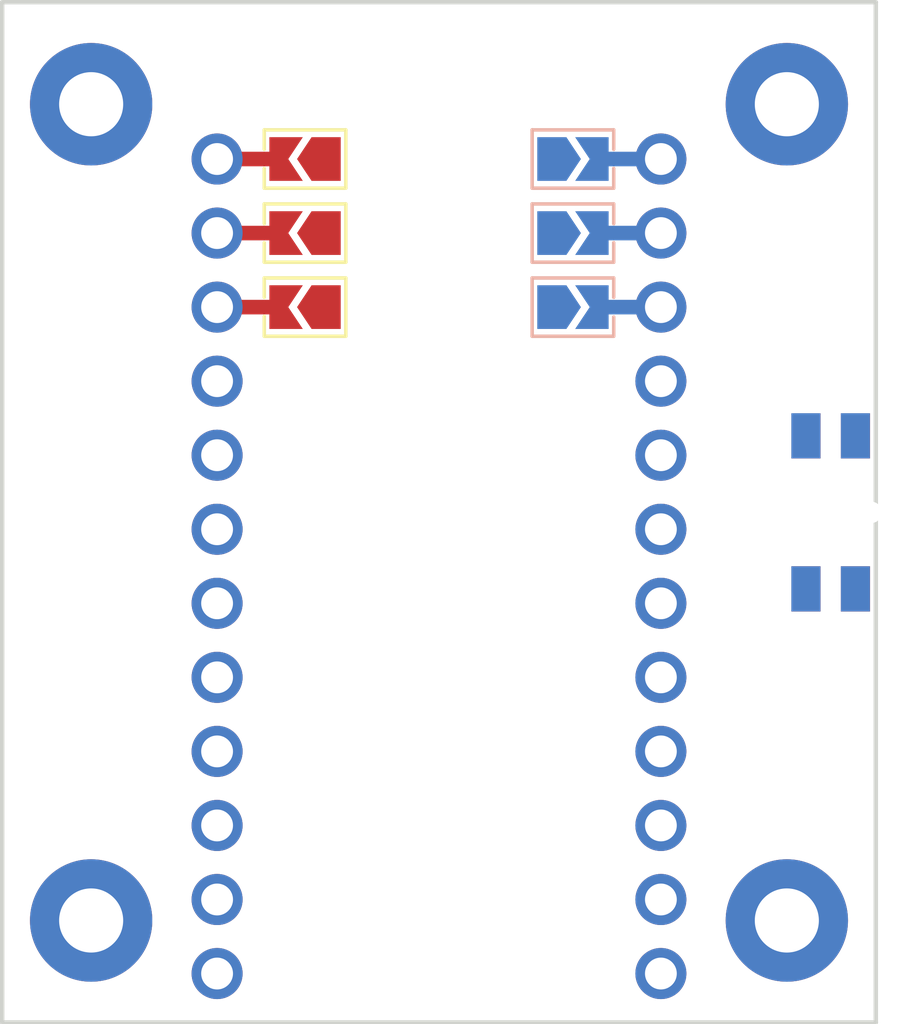
<source format=kicad_pcb>

            
(kicad_pcb (version 20171130) (host pcbnew 5.1.6)

  (page A3)
  (title_block
    (title dongle)
    (rev v1.0.0)
    (company Unknown)
  )

  (general
    (thickness 1.6)
  )

  (layers
    (0 F.Cu signal)
    (31 B.Cu signal)
    (32 B.Adhes user)
    (33 F.Adhes user)
    (34 B.Paste user)
    (35 F.Paste user)
    (36 B.SilkS user)
    (37 F.SilkS user)
    (38 B.Mask user)
    (39 F.Mask user)
    (40 Dwgs.User user)
    (41 Cmts.User user)
    (42 Eco1.User user)
    (43 Eco2.User user)
    (44 Edge.Cuts user)
    (45 Margin user)
    (46 B.CrtYd user)
    (47 F.CrtYd user)
    (48 B.Fab user)
    (49 F.Fab user)
  )

  (setup
    (last_trace_width 0.25)
    (trace_clearance 0.2)
    (zone_clearance 0.508)
    (zone_45_only no)
    (trace_min 0.2)
    (via_size 0.8)
    (via_drill 0.4)
    (via_min_size 0.4)
    (via_min_drill 0.3)
    (uvia_size 0.3)
    (uvia_drill 0.1)
    (uvias_allowed no)
    (uvia_min_size 0.2)
    (uvia_min_drill 0.1)
    (edge_width 0.05)
    (segment_width 0.2)
    (pcb_text_width 0.3)
    (pcb_text_size 1.5 1.5)
    (mod_edge_width 0.12)
    (mod_text_size 1 1)
    (mod_text_width 0.15)
    (pad_size 1.524 1.524)
    (pad_drill 0.762)
    (pad_to_mask_clearance 0.05)
    (aux_axis_origin 0 0)
    (visible_elements FFFFFF7F)
    (pcbplotparams
      (layerselection 0x010fc_ffffffff)
      (usegerberextensions false)
      (usegerberattributes true)
      (usegerberadvancedattributes true)
      (creategerberjobfile true)
      (excludeedgelayer true)
      (linewidth 0.100000)
      (plotframeref false)
      (viasonmask false)
      (mode 1)
      (useauxorigin false)
      (hpglpennumber 1)
      (hpglpenspeed 20)
      (hpglpendiameter 15.000000)
      (psnegative false)
      (psa4output false)
      (plotreference true)
      (plotvalue true)
      (plotinvisibletext false)
      (padsonsilk false)
      (subtractmaskfromsilk false)
      (outputformat 1)
      (mirror false)
      (drillshape 1)
      (scaleselection 1)
      (outputdirectory ""))
  )

            (net 0 "")
(net 1 "RAW")
(net 2 "GND")
(net 3 "RST")
(net 4 "P10")
(net 5 "P11")
(net 6 "P12")
(net 7 "P13")
(net 8 "P14")
(net 9 "P15")
(net 10 "P16")
(net 11 "P17")
(net 12 "P20")
(net 13 "P21")
(net 14 "P22")
(net 15 "P23")
(net 16 "P24")
(net 17 "P25")
(net 18 "P26")
(net 19 "P27")
            
  (net_class Default "This is the default net class."
    (clearance 0.2)
    (trace_width 0.25)
    (via_dia 0.8)
    (via_drill 0.4)
    (uvia_dia 0.3)
    (uvia_drill 0.1)
    (add_net "")
(add_net "RAW")
(add_net "GND")
(add_net "RST")
(add_net "P10")
(add_net "P11")
(add_net "P12")
(add_net "P13")
(add_net "P14")
(add_net "P15")
(add_net "P16")
(add_net "P17")
(add_net "P20")
(add_net "P21")
(add_net "P22")
(add_net "P23")
(add_net "P24")
(add_net "P25")
(add_net "P26")
(add_net "P27")
  )

            
(module promicro (layer F.Cu)
        (at 0 1.85 0)
  (attr through_hole)
  (fp_text reference "MCU1" (at 0 0 -90) (layer "F.SilkS") hide
      (effects (font (size 1.27 1.27) (thickness 0.15)))
  )
  (fp_text value "mcu" (at 0 0 270) (layer "F.SilkS") hide
      (effects (font (size 1.27 1.27) (thickness 0.15)))
  )
  (fp_line (start 3.2 -14.97) (end 3.2 -12.97)
    (stroke (width 0.12) (type solid)) (layer "B.SilkS"))
  (fp_line (start 3.2 -12.97) (end 6 -12.97)
    (stroke (width 0.12) (type solid)) (layer "B.SilkS"))
  (fp_line (start 3.2 -12.43) (end 3.2 -10.43)
    (stroke (width 0.12) (type solid)) (layer "B.SilkS"))
  (fp_line (start 3.2 -10.43) (end 6 -10.43)
    (stroke (width 0.12) (type solid)) (layer "B.SilkS"))
  (fp_line (start 3.2 -9.89) (end 3.2 -7.89)
    (stroke (width 0.12) (type solid)) (layer "B.SilkS"))
  (fp_line (start 3.2 -7.89) (end 6 -7.89)
    (stroke (width 0.12) (type solid)) (layer "B.SilkS"))
  (fp_line (start 6 -14.97) (end 3.2 -14.97)
    (stroke (width 0.12) (type solid)) (layer "B.SilkS"))
  (fp_line (start 6 -14.3) (end 6 -14.97)
    (stroke (width 0.12) (type solid)) (layer "B.SilkS"))
  (fp_line (start 6 -12.97) (end 6 -13.65)
    (stroke (width 0.12) (type solid)) (layer "B.SilkS"))
  (fp_line (start 6 -12.43) (end 3.2 -12.43)
    (stroke (width 0.12) (type solid)) (layer "B.SilkS"))
  (fp_line (start 6 -11.75) (end 6 -12.43)
    (stroke (width 0.12) (type solid)) (layer "B.SilkS"))
  (fp_line (start 6 -10.43) (end 6 -11.1)
    (stroke (width 0.12) (type solid)) (layer "B.SilkS"))
  (fp_line (start 6 -9.89) (end 3.2 -9.89)
    (stroke (width 0.12) (type solid)) (layer "B.SilkS"))
  (fp_line (start 6 -9.225) (end 6 -9.89)
    (stroke (width 0.12) (type solid)) (layer "B.SilkS"))
  (fp_line (start 6 -7.89) (end 6 -8.55)
    (stroke (width 0.12) (type solid)) (layer "B.SilkS"))
  (fp_line (start -6 -14.97) (end -3.2 -14.97)
    (stroke (width 0.12) (type solid)) (layer "F.SilkS"))
  (fp_line (start -6 -14.3) (end -6 -14.97)
    (stroke (width 0.12) (type solid)) (layer "F.SilkS"))
  (fp_line (start -6 -12.97) (end -6 -13.65)
    (stroke (width 0.12) (type solid)) (layer "F.SilkS"))
  (fp_line (start -6 -12.43) (end -3.2 -12.43)
    (stroke (width 0.12) (type solid)) (layer "F.SilkS"))
  (fp_line (start -6 -11.75) (end -6 -12.43)
    (stroke (width 0.12) (type solid)) (layer "F.SilkS"))
  (fp_line (start -6 -10.43) (end -6 -11.1)
    (stroke (width 0.12) (type solid)) (layer "F.SilkS"))
  (fp_line (start -6 -9.89) (end -3.2 -9.89)
    (stroke (width 0.12) (type solid)) (layer "F.SilkS"))
  (fp_line (start -6 -9.225) (end -6 -9.89)
    (stroke (width 0.12) (type solid)) (layer "F.SilkS"))
  (fp_line (start -6 -7.89) (end -6 -8.575)
    (stroke (width 0.12) (type solid)) (layer "F.SilkS"))
  (fp_line (start -3.2 -14.97) (end -3.2 -12.97)
    (stroke (width 0.12) (type solid)) (layer "F.SilkS"))
  (fp_line (start -3.2 -12.97) (end -6 -12.97)
    (stroke (width 0.12) (type solid)) (layer "F.SilkS"))
  (fp_line (start -3.2 -12.43) (end -3.2 -10.43)
    (stroke (width 0.12) (type solid)) (layer "F.SilkS"))
  (fp_line (start -3.2 -10.43) (end -6 -10.43)
    (stroke (width 0.12) (type solid)) (layer "F.SilkS"))
  (fp_line (start -3.2 -9.89) (end -3.2 -7.89)
    (stroke (width 0.12) (type solid)) (layer "F.SilkS"))
  (fp_line (start -3.2 -7.89) (end -6 -7.89)
    (stroke (width 0.12) (type solid)) (layer "F.SilkS"))
  (fp_line (start -8.89 -17.78) (end -8.89 15.24)
    (stroke (width 0.15) (type solid)) (layer "Dwgs.User"))
  (fp_line (start -8.89 15.24) (end 8.89 15.24)
    (stroke (width 0.15) (type solid)) (layer "Dwgs.User"))
  (fp_line (start -3.81 -19.304) (end 3.81 -19.304)
    (stroke (width 0.15) (type solid)) (layer "Dwgs.User"))
  (fp_line (start -3.81 -14.224) (end -3.81 -19.304)
    (stroke (width 0.15) (type solid)) (layer "Dwgs.User"))
  (fp_line (start 3.81 -19.304) (end 3.81 -14.224)
    (stroke (width 0.15) (type solid)) (layer "Dwgs.User"))
  (fp_line (start 3.81 -14.224) (end -3.81 -14.224)
    (stroke (width 0.15) (type solid)) (layer "Dwgs.User"))
  (fp_line (start 8.89 -17.78) (end -8.89 -17.78)
    (stroke (width 0.15) (type solid)) (layer "Dwgs.User"))
  (fp_line (start 8.89 15.24) (end 8.89 -17.78)
    (stroke (width 0.15) (type solid)) (layer "Dwgs.User"))
  (fp_line (start 2.95 -12.72) (end 2.95 -15.22)
    (stroke (width 0.05) (type solid)) (layer "B.CrtYd"))
  (fp_line (start 2.95 -12.72) (end 6.25 -12.72)
    (stroke (width 0.05) (type solid)) (layer "B.CrtYd"))
  (fp_line (start 2.95 -10.18) (end 2.95 -12.68)
    (stroke (width 0.05) (type solid)) (layer "B.CrtYd"))
  (fp_line (start 2.95 -10.18) (end 6.25 -10.18)
    (stroke (width 0.05) (type solid)) (layer "B.CrtYd"))
  (fp_line (start 2.95 -7.64) (end 2.95 -10.14)
    (stroke (width 0.05) (type solid)) (layer "B.CrtYd"))
  (fp_line (start 2.95 -7.64) (end 6.25 -7.64)
    (stroke (width 0.05) (type solid)) (layer "B.CrtYd"))
  (fp_line (start 6.25 -15.22) (end 2.95 -15.22)
    (stroke (width 0.05) (type solid)) (layer "B.CrtYd"))
  (fp_line (start 6.25 -15.22) (end 6.25 -12.72)
    (stroke (width 0.05) (type solid)) (layer "B.CrtYd"))
  (fp_line (start 6.25 -12.68) (end 2.95 -12.68)
    (stroke (width 0.05) (type solid)) (layer "B.CrtYd"))
  (fp_line (start 6.25 -12.68) (end 6.25 -10.18)
    (stroke (width 0.05) (type solid)) (layer "B.CrtYd"))
  (fp_line (start 6.25 -10.14) (end 2.95 -10.14)
    (stroke (width 0.05) (type solid)) (layer "B.CrtYd"))
  (fp_line (start 6.25 -10.14) (end 6.25 -7.64)
    (stroke (width 0.05) (type solid)) (layer "B.CrtYd"))
  (fp_line (start -6.25 -15.22) (end -6.25 -12.72)
    (stroke (width 0.05) (type solid)) (layer "F.CrtYd"))
  (fp_line (start -6.25 -15.22) (end -2.95 -15.22)
    (stroke (width 0.05) (type solid)) (layer "F.CrtYd"))
  (fp_line (start -6.25 -12.68) (end -6.25 -10.18)
    (stroke (width 0.05) (type solid)) (layer "F.CrtYd"))
  (fp_line (start -6.25 -12.68) (end -2.95 -12.68)
    (stroke (width 0.05) (type solid)) (layer "F.CrtYd"))
  (fp_line (start -6.25 -10.14) (end -6.25 -7.64)
    (stroke (width 0.05) (type solid)) (layer "F.CrtYd"))
  (fp_line (start -6.25 -10.14) (end -2.95 -10.14)
    (stroke (width 0.05) (type solid)) (layer "F.CrtYd"))
  (fp_line (start -2.95 -12.72) (end -6.25 -12.72)
    (stroke (width 0.05) (type solid)) (layer "F.CrtYd"))
  (fp_line (start -2.95 -12.72) (end -2.95 -15.22)
    (stroke (width 0.05) (type solid)) (layer "F.CrtYd"))
  (fp_line (start -2.95 -10.18) (end -6.25 -10.18)
    (stroke (width 0.05) (type solid)) (layer "F.CrtYd"))
  (fp_line (start -2.95 -10.18) (end -2.95 -12.68)
    (stroke (width 0.05) (type solid)) (layer "F.CrtYd"))
  (fp_line (start -2.95 -7.64) (end -6.25 -7.64)
    (stroke (width 0.05) (type solid)) (layer "F.CrtYd"))
  (fp_line (start -2.95 -7.64) (end -2.95 -10.14)
    (stroke (width 0.05) (type solid)) (layer "F.CrtYd"))
  (pad "" thru_hole circle (at -7.62 -13.97 270) (size 1.7526 1.7526) (drill 1.0922) (layers "*.Cu" "*.Mask"))
  (pad "" thru_hole circle (at -7.62 -11.43 270) (size 1.7526 1.7526) (drill 1.0922) (layers "*.Cu" "*.Mask"))
  (pad "" thru_hole circle (at -7.62 -8.89 270) (size 1.7526 1.7526) (drill 1.0922) (layers "*.Cu" "*.Mask"))
  (pad "" thru_hole circle (at -7.62 -6.35 270) (size 1.7526 1.7526) (drill 1.0922) (layers "*.Cu" "*.Mask"))
  (pad "" smd rect (at -6.25 -13.97 270) (size 0.5 1.524) (layers "F.Cu" "F.Mask"))
  (pad "" smd rect (at -6.25 -11.43 270) (size 0.5 1.524) (layers "F.Cu" "F.Mask"))
  (pad "" smd rect (at -6.25 -8.89 270) (size 0.5 1.524) (layers "F.Cu" "F.Mask"))
  (pad "" smd custom (at -5.325 -13.97 180) (size 0.3 0.3) (layers "F.Cu" "F.Mask")
    (zone_connect 2)
    (options (clearance outline) (anchor rect))
    (primitives
      (gr_poly
        (pts
          (xy 0.5 0.75)
          (xy -0.65 0.75)
          (xy -0.15 0)
          (xy -0.65 -0.75)
          (xy 0.5 -0.75)
        )
        (width 0) (fill yes))
    ))
  (pad "" smd custom (at -5.325 -11.43 180) (size 0.3 0.3) (layers "F.Cu" "F.Mask")
    (zone_connect 2)
    (options (clearance outline) (anchor rect))
    (primitives
      (gr_poly
        (pts
          (xy 0.5 0.75)
          (xy -0.65 0.75)
          (xy -0.15 0)
          (xy -0.65 -0.75)
          (xy 0.5 -0.75)
        )
        (width 0) (fill yes))
    ))
  (pad "" smd custom (at -5.325 -8.89 180) (size 0.3 0.3) (layers "F.Cu" "F.Mask")
    (zone_connect 2)
    (options (clearance outline) (anchor rect))
    (primitives
      (gr_poly
        (pts
          (xy 0.5 0.75)
          (xy -0.65 0.75)
          (xy -0.15 0)
          (xy -0.65 -0.75)
          (xy 0.5 -0.75)
        )
        (width 0) (fill yes))
    ))
  (pad "" smd custom (at 5.325 -13.97 180) (size 0.3 0.3) (layers "B.Cu" "B.Mask")
    (zone_connect 2)
    (options (clearance outline) (anchor rect))
    (primitives
      (gr_poly
        (pts
          (xy 0.15 0)
          (xy 0.65 0.75)
          (xy -0.5 0.75)
          (xy -0.5 -0.75)
          (xy 0.65 -0.75)
        )
        (width 0) (fill yes))
    ))
  (pad "" smd custom (at 5.325 -11.43 180) (size 0.3 0.3) (layers "B.Cu" "B.Mask")
    (zone_connect 2)
    (options (clearance outline) (anchor rect))
    (primitives
      (gr_poly
        (pts
          (xy 0.15 0)
          (xy 0.65 0.75)
          (xy -0.5 0.75)
          (xy -0.5 -0.75)
          (xy 0.65 -0.75)
        )
        (width 0) (fill yes))
    ))
  (pad "" smd custom (at 5.325 -8.89 180) (size 0.3 0.3) (layers "B.Cu" "B.Mask")
    (zone_connect 2)
    (options (clearance outline) (anchor rect))
    (primitives
      (gr_poly
        (pts
          (xy 0.15 0)
          (xy 0.65 0.75)
          (xy -0.5 0.75)
          (xy -0.5 -0.75)
          (xy 0.65 -0.75)
        )
        (width 0) (fill yes))
    ))
  (pad "" smd rect (at 6.275 -13.97 270) (size 0.5 1.524) (layers "B.Cu" "B.Mask"))
  (pad "" smd rect (at 6.275 -11.43 270) (size 0.5 1.524) (layers "B.Cu" "B.Mask"))
  (pad "" smd rect (at 6.275 -8.89 270) (size 0.5 1.524) (layers "B.Cu" "B.Mask"))
  (pad "" thru_hole circle (at 7.62 -13.97 270) (size 1.7526 1.7526) (drill 1.0922) (layers "*.Cu" "*.Mask"))
  (pad "" thru_hole circle (at 7.62 -11.43 0) (size 1.7526 1.7526) (drill 1.0922) (layers "*.Cu" "*.Mask"))
  (pad "" thru_hole circle (at 7.62 -8.89 270) (size 1.7526 1.7526) (drill 1.0922) (layers "*.Cu" "*.Mask"))
  (pad "" thru_hole circle (at 7.62 -6.35 270) (size 1.7526 1.7526) (drill 1.0922) (layers "*.Cu" "*.Mask"))
  (pad "1" smd custom (at -3.875 -13.97 180) (size 0.3 0.3) (layers "F.Cu" "F.Mask") (net 1 "RAW")
    (zone_connect 2)
    (options (clearance outline) (anchor rect))
    (primitives
      (gr_poly
        (pts
          (xy 1 0)
          (xy 0.5 0.75)
          (xy -0.5 0.75)
          (xy -0.5 -0.75)
          (xy 0.5 -0.75)
        )
        (width 0) (fill yes))
    ))
  (pad "1" smd custom (at 3.875 -13.97 180) (size 0.3 0.3) (layers "B.Cu" "B.Mask") (net 1 "RAW")
    (zone_connect 2)
    (options (clearance outline) (anchor rect))
    (primitives
      (gr_poly
        (pts
          (xy 0.5 0.75)
          (xy -0.5 0.75)
          (xy -1 0)
          (xy -0.5 -0.75)
          (xy 0.5 -0.75)
        )
        (width 0) (fill yes))
    ))
  (pad "2" smd custom (at -3.875 -11.43 180) (size 0.3 0.3) (layers "F.Cu" "F.Mask") (net 2 "GND")
    (zone_connect 2)
    (options (clearance outline) (anchor rect))
    (primitives
      (gr_poly
        (pts
          (xy 1 0)
          (xy 0.5 0.75)
          (xy -0.5 0.75)
          (xy -0.5 -0.75)
          (xy 0.5 -0.75)
        )
        (width 0) (fill yes))
    ))
  (pad "2" smd custom (at 3.875 -11.43 180) (size 0.3 0.3) (layers "B.Cu" "B.Mask") (net 2 "GND")
    (zone_connect 2)
    (options (clearance outline) (anchor rect))
    (primitives
      (gr_poly
        (pts
          (xy 0.5 0.75)
          (xy -0.5 0.75)
          (xy -1 0)
          (xy -0.5 -0.75)
          (xy 0.5 -0.75)
        )
        (width 0) (fill yes))
    ))
  (pad "3" smd custom (at -3.875 -8.89 180) (size 0.3 0.3) (layers "F.Cu" "F.Mask") (net 3 "RST")
    (zone_connect 2)
    (options (clearance outline) (anchor rect))
    (primitives
      (gr_poly
        (pts
          (xy 1 0)
          (xy 0.5 0.75)
          (xy -0.5 0.75)
          (xy -0.5 -0.75)
          (xy 0.5 -0.75)
        )
        (width 0) (fill yes))
    ))
  (pad "3" smd custom (at 3.875 -8.89 180) (size 0.3 0.3) (layers "B.Cu" "B.Mask") (net 3 "RST")
    (zone_connect 2)
    (options (clearance outline) (anchor rect))
    (primitives
      (gr_poly
        (pts
          (xy 0.5 0.75)
          (xy -0.5 0.75)
          (xy -1 0)
          (xy -0.5 -0.75)
          (xy 0.5 -0.75)
        )
        (width 0) (fill yes))
    ))
  (pad "10" thru_hole circle (at -7.62 -3.81 270) (size 1.7526 1.7526) (drill 1.0922) (layers "*.Cu" "*.Mask") (net 4 "P10"))
  (pad "11" thru_hole circle (at -7.62 -1.27 270) (size 1.7526 1.7526) (drill 1.0922) (layers "*.Cu" "*.Mask") (net 5 "P11"))
  (pad "12" thru_hole circle (at -7.62 1.27 270) (size 1.7526 1.7526) (drill 1.0922) (layers "*.Cu" "*.Mask") (net 6 "P12"))
  (pad "13" thru_hole circle (at -7.62 3.81 270) (size 1.7526 1.7526) (drill 1.0922) (layers "*.Cu" "*.Mask") (net 7 "P13"))
  (pad "14" thru_hole circle (at -7.62 6.35 270) (size 1.7526 1.7526) (drill 1.0922) (layers "*.Cu" "*.Mask") (net 8 "P14"))
  (pad "15" thru_hole circle (at -7.62 8.89 270) (size 1.7526 1.7526) (drill 1.0922) (layers "*.Cu" "*.Mask") (net 9 "P15"))
  (pad "16" thru_hole circle (at -7.62 11.43 270) (size 1.7526 1.7526) (drill 1.0922) (layers "*.Cu" "*.Mask") (net 10 "P16"))
  (pad "17" thru_hole circle (at -7.62 13.97 270) (size 1.7526 1.7526) (drill 1.0922) (layers "*.Cu" "*.Mask") (net 11 "P17"))
  (pad "20" thru_hole circle (at 7.62 -3.81 270) (size 1.7526 1.7526) (drill 1.0922) (layers "*.Cu" "*.Mask") (net 12 "P20"))
  (pad "21" thru_hole circle (at 7.62 -1.27 270) (size 1.7526 1.7526) (drill 1.0922) (layers "*.Cu" "*.Mask") (net 13 "P21"))
  (pad "22" thru_hole circle (at 7.62 1.27 270) (size 1.7526 1.7526) (drill 1.0922) (layers "*.Cu" "*.Mask") (net 14 "P22"))
  (pad "23" thru_hole circle (at 7.62 3.81 270) (size 1.7526 1.7526) (drill 1.0922) (layers "*.Cu" "*.Mask") (net 15 "P23"))
  (pad "24" thru_hole circle (at 7.62 6.35 270) (size 1.7526 1.7526) (drill 1.0922) (layers "*.Cu" "*.Mask") (net 16 "P24"))
  (pad "25" thru_hole circle (at 7.62 8.89 270) (size 1.7526 1.7526) (drill 1.0922) (layers "*.Cu" "*.Mask") (net 17 "P25"))
  (pad "26" thru_hole circle (at 7.62 11.43 270) (size 1.7526 1.7526) (drill 1.0922) (layers "*.Cu" "*.Mask") (net 18 "P26"))
  (pad "27" thru_hole circle (at 7.62 13.97 270) (size 1.7526 1.7526) (drill 1.0922) (layers "*.Cu" "*.Mask") (net 19 "P27"))
)
        

            (module mounting_hole (layer F.Cu) (tedit 64B5A986)
                (at -11.945 -14 0)
                (fp_text reference "H1" (at 0 3) (layer F.SilkS) hide
                    (effects (font (size 1 1) (thickness 0.15)))
                )
        
                (pad "" thru_hole circle (at 0 0 180) (size 4.2 4.2) (drill 2.2) (layers *.Cu *.Mask))
        
                (fp_circle (center 0 0) (end -2.5700000000000003 0) (layer F.CrtYd) (width 0.05))
                (fp_circle (center 0 0) (end -2.5700000000000003 0) (layer B.CrtYd) (width 0.05))
        
            )
        

            (module mounting_hole (layer F.Cu) (tedit 64B5A986)
                (at 11.945 -14 0)
                (fp_text reference "H2" (at 0 3) (layer F.SilkS) hide
                    (effects (font (size 1 1) (thickness 0.15)))
                )
        
                (pad "" thru_hole circle (at 0 0 180) (size 4.2 4.2) (drill 2.2) (layers *.Cu *.Mask))
        
                (fp_circle (center 0 0) (end -2.5700000000000003 0) (layer F.CrtYd) (width 0.05))
                (fp_circle (center 0 0) (end -2.5700000000000003 0) (layer B.CrtYd) (width 0.05))
        
            )
        

            (module mounting_hole (layer F.Cu) (tedit 64B5A986)
                (at -11.945 14 0)
                (fp_text reference "H3" (at 0 3) (layer F.SilkS) hide
                    (effects (font (size 1 1) (thickness 0.15)))
                )
        
                (pad "" thru_hole circle (at 0 0 180) (size 4.2 4.2) (drill 2.2) (layers *.Cu *.Mask))
        
                (fp_circle (center 0 0) (end -2.5700000000000003 0) (layer F.CrtYd) (width 0.05))
                (fp_circle (center 0 0) (end -2.5700000000000003 0) (layer B.CrtYd) (width 0.05))
        
            )
        

            (module mounting_hole (layer F.Cu) (tedit 64B5A986)
                (at 11.945 14 0)
                (fp_text reference "H4" (at 0 3) (layer F.SilkS) hide
                    (effects (font (size 1 1) (thickness 0.15)))
                )
        
                (pad "" thru_hole circle (at 0 0 180) (size 4.2 4.2) (drill 2.2) (layers *.Cu *.Mask))
        
                (fp_circle (center 0 0) (end -2.5700000000000003 0) (layer F.CrtYd) (width 0.05))
                (fp_circle (center 0 0) (end -2.5700000000000003 0) (layer B.CrtYd) (width 0.05))
        
            )
        

        (module sw_reset_side (layer F.Cu) (tedit 64473C6F)
          (at 13.45 0 -90)
          (attr smd)
          (fp_text reference "SW1" (at 0 0 -90) (layer F.SilkS) hide
            (effects (font (size 1 1) (thickness 0.15)))
          )
          (fp_text value "reset_button" (at 0 2.5 -90) (layer F.Fab)
            (effects (font (size 1 1) (thickness 0.15)))
          )
          (fp_line (start -2.35 -1.75) (end -2.35 1.75) (width 0.1) (layer "Dwgs.User"))
          (fp_line (start -2.35 -1.75) (end 2.35 -1.75) (width 0.1) (layer "Dwgs.User"))
          (fp_line (start -2.35 1.75) (end 2.35 1.75) (width 0.1) (layer "Dwgs.User"))
          (fp_line (start -1.3 -2.75) (end -1.3 -1.75) (width 0.1) (layer "Dwgs.User"))
          (fp_line (start -1.3 -2.75) (end 1.3 -2.75) (width 0.1) (layer "Dwgs.User"))
          (fp_line (start 1.3 -2.75) (end 1.3 -1.75) (width 0.1) (layer "Dwgs.User"))
          (fp_line (start 2.35 -1.75) (end 2.35 1.75) (width 0.1) (layer "Dwgs.User"))
      
        (pad "" np_thru_hole circle (at 0 -1.375 90) (size 0.75 0.75) (drill 0.75) (layers "*.Cu" "*.Mask"))
        (pad "" np_thru_hole circle (at 0 1.375 90) (size 0.75 0.75) (drill 0.75) (layers "*.Cu" "*.Mask"))
      
        (pad "1" smd rect (at 2.625 -0.85 90) (size 1.55 1) (layers "F.Cu" "F.Paste" "F.Mask") (net 2 "GND"))
        (pad "2" smd rect (at 2.625 0.85 90) (size 1.55 1) (layers "F.Cu" "F.Paste" "F.Mask") (net 3 "RST"))
        (pad "3" smd rect (at -2.625 -0.85 90) (size 1.55 1) (layers "F.Cu" "F.Paste" "F.Mask") (net 2 "GND"))
        (pad "4" smd rect (at -2.625 0.85 90) (size 1.55 1) (layers "F.Cu" "F.Paste" "F.Mask") (net 3 "RST"))
      
        (pad "1" smd rect (at -2.625 -0.85 90) (size 1.55 1) (layers "B.Cu" "B.Paste" "B.Mask") (net 2 "GND"))
        (pad "2" smd rect (at -2.625 0.85 90) (size 1.55 1) (layers "B.Cu" "B.Paste" "B.Mask") (net 3 "RST"))
        (pad "3" smd rect (at 2.625 -0.85 90) (size 1.55 1) (layers "B.Cu" "B.Paste" "B.Mask") (net 2 "GND"))
        (pad "4" smd rect (at 2.625 0.85 90) (size 1.55 1) (layers "B.Cu" "B.Paste" "B.Mask") (net 3 "RST"))
      
        )
      
            (gr_line (start -15 17.5) (end 15 17.5) (angle 90) (layer Edge.Cuts) (width 0.15))
(gr_line (start 15 17.5) (end 15 -17.5) (angle 90) (layer Edge.Cuts) (width 0.15))
(gr_line (start 15 -17.5) (end -15 -17.5) (angle 90) (layer Edge.Cuts) (width 0.15))
(gr_line (start -15 -17.5) (end -15 17.5) (angle 90) (layer Edge.Cuts) (width 0.15))
            
)

        
</source>
